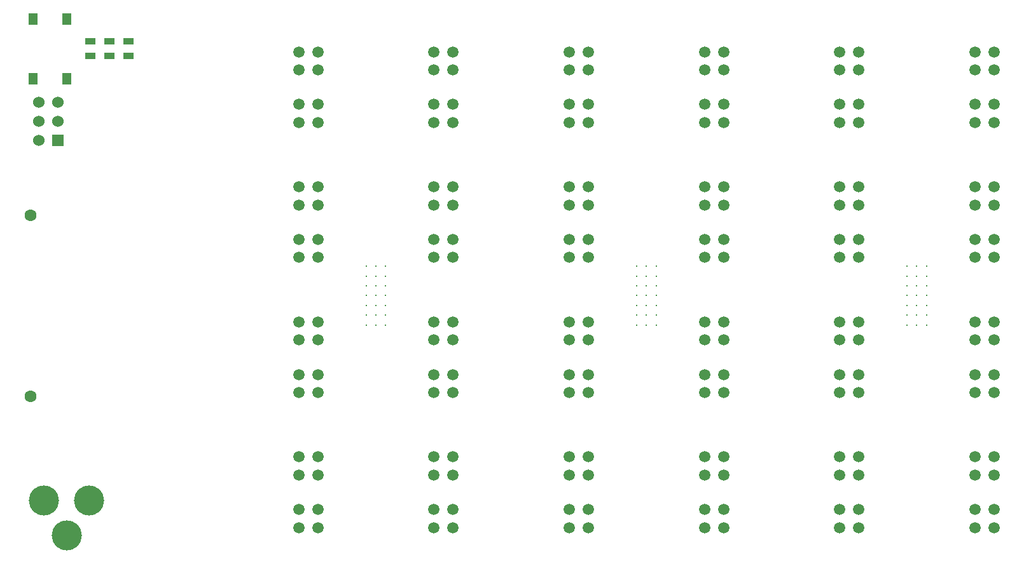
<source format=gts>
G04 #@! TF.FileFunction,Soldermask,Top*
%FSLAX46Y46*%
G04 Gerber Fmt 4.6, Leading zero omitted, Abs format (unit mm)*
G04 Created by KiCad (PCBNEW 4.0.1-stable) date 6/7/2017 10:05:46 PM*
%MOMM*%
G01*
G04 APERTURE LIST*
%ADD10C,0.150000*%
%ADD11C,1.520000*%
%ADD12R,1.300000X1.550000*%
%ADD13R,1.524000X1.524000*%
%ADD14C,1.524000*%
%ADD15R,1.397000X0.889000*%
%ADD16C,0.300000*%
%ADD17C,1.600000*%
%ADD18C,4.000000*%
G04 APERTURE END LIST*
D10*
D11*
X174706000Y-138248000D03*
X177246000Y-138248000D03*
X174706000Y-135838000D03*
X177246000Y-135838000D03*
X138706000Y-77248000D03*
X141246000Y-77248000D03*
X138706000Y-74838000D03*
X141246000Y-74838000D03*
X102706000Y-84248000D03*
X105246000Y-84248000D03*
X102706000Y-81838000D03*
X105246000Y-81838000D03*
D12*
X67346000Y-70447000D03*
X71846000Y-70447000D03*
X71846000Y-78397000D03*
X67346000Y-78397000D03*
D13*
X70612000Y-86614000D03*
D14*
X68072000Y-86614000D03*
X70612000Y-84074000D03*
X68072000Y-84074000D03*
X70612000Y-81534000D03*
X68072000Y-81534000D03*
D15*
X80010000Y-75374500D03*
X80010000Y-73469500D03*
X77470000Y-73469500D03*
X77470000Y-75374500D03*
X74930000Y-75374500D03*
X74930000Y-73469500D03*
D16*
X112976000Y-103438000D03*
X111676000Y-103438000D03*
X111676000Y-104738000D03*
X111676000Y-106038000D03*
X111676000Y-107338000D03*
X111676000Y-108638000D03*
X111676000Y-109938000D03*
X111676000Y-111238000D03*
X112976000Y-111238000D03*
X112976000Y-109938000D03*
X112976000Y-108638000D03*
X112976000Y-107338000D03*
X112976000Y-106038000D03*
X112976000Y-104738000D03*
X114276000Y-103438000D03*
X114276000Y-104738000D03*
X114276000Y-106038000D03*
X114276000Y-107338000D03*
X114276000Y-108638000D03*
X114276000Y-109938000D03*
X114276000Y-111238000D03*
X148976000Y-103438000D03*
X147676000Y-103438000D03*
X147676000Y-104738000D03*
X147676000Y-106038000D03*
X147676000Y-107338000D03*
X147676000Y-108638000D03*
X147676000Y-109938000D03*
X147676000Y-111238000D03*
X148976000Y-111238000D03*
X148976000Y-109938000D03*
X148976000Y-108638000D03*
X148976000Y-107338000D03*
X148976000Y-106038000D03*
X148976000Y-104738000D03*
X150276000Y-103438000D03*
X150276000Y-104738000D03*
X150276000Y-106038000D03*
X150276000Y-107338000D03*
X150276000Y-108638000D03*
X150276000Y-109938000D03*
X150276000Y-111238000D03*
X184976000Y-103438000D03*
X183676000Y-103438000D03*
X183676000Y-104738000D03*
X183676000Y-106038000D03*
X183676000Y-107338000D03*
X183676000Y-108638000D03*
X183676000Y-109938000D03*
X183676000Y-111238000D03*
X184976000Y-111238000D03*
X184976000Y-109938000D03*
X184976000Y-108638000D03*
X184976000Y-107338000D03*
X184976000Y-106038000D03*
X184976000Y-104738000D03*
X186276000Y-103438000D03*
X186276000Y-104738000D03*
X186276000Y-106038000D03*
X186276000Y-107338000D03*
X186276000Y-108638000D03*
X186276000Y-109938000D03*
X186276000Y-111238000D03*
D11*
X102706000Y-77248000D03*
X105246000Y-77248000D03*
X102706000Y-74838000D03*
X105246000Y-74838000D03*
X138706000Y-95248000D03*
X141246000Y-95248000D03*
X138706000Y-92838000D03*
X141246000Y-92838000D03*
X138706000Y-84248000D03*
X141246000Y-84248000D03*
X138706000Y-81838000D03*
X141246000Y-81838000D03*
X102706000Y-138248000D03*
X105246000Y-138248000D03*
X102706000Y-135838000D03*
X105246000Y-135838000D03*
X102706000Y-131248000D03*
X105246000Y-131248000D03*
X102706000Y-128838000D03*
X105246000Y-128838000D03*
X102706000Y-120248000D03*
X105246000Y-120248000D03*
X102706000Y-117838000D03*
X105246000Y-117838000D03*
X102706000Y-113248000D03*
X105246000Y-113248000D03*
X102706000Y-110838000D03*
X105246000Y-110838000D03*
X102706000Y-102248000D03*
X105246000Y-102248000D03*
X102706000Y-99838000D03*
X105246000Y-99838000D03*
X102706000Y-95248000D03*
X105246000Y-95248000D03*
X102706000Y-92838000D03*
X105246000Y-92838000D03*
X174706000Y-77248000D03*
X177246000Y-77248000D03*
X174706000Y-74838000D03*
X177246000Y-74838000D03*
X138706000Y-102248000D03*
X141246000Y-102248000D03*
X138706000Y-99838000D03*
X141246000Y-99838000D03*
X138706000Y-113248000D03*
X141246000Y-113248000D03*
X138706000Y-110838000D03*
X141246000Y-110838000D03*
X138706000Y-120248000D03*
X141246000Y-120248000D03*
X138706000Y-117838000D03*
X141246000Y-117838000D03*
X138706000Y-131248000D03*
X141246000Y-131248000D03*
X138706000Y-128838000D03*
X141246000Y-128838000D03*
X138706000Y-138248000D03*
X141246000Y-138248000D03*
X138706000Y-135838000D03*
X141246000Y-135838000D03*
X174706000Y-84248000D03*
X177246000Y-84248000D03*
X174706000Y-81838000D03*
X177246000Y-81838000D03*
X174706000Y-95248000D03*
X177246000Y-95248000D03*
X174706000Y-92838000D03*
X177246000Y-92838000D03*
X174706000Y-102248000D03*
X177246000Y-102248000D03*
X174706000Y-99838000D03*
X177246000Y-99838000D03*
X174706000Y-113248000D03*
X177246000Y-113248000D03*
X174706000Y-110838000D03*
X177246000Y-110838000D03*
X174706000Y-120248000D03*
X177246000Y-120248000D03*
X174706000Y-117838000D03*
X177246000Y-117838000D03*
X174706000Y-131248000D03*
X177246000Y-131248000D03*
X174706000Y-128838000D03*
X177246000Y-128838000D03*
X156706000Y-102248000D03*
X159246000Y-102248000D03*
X156706000Y-99838000D03*
X159246000Y-99838000D03*
X120706000Y-77248000D03*
X123246000Y-77248000D03*
X120706000Y-74838000D03*
X123246000Y-74838000D03*
X120706000Y-84248000D03*
X123246000Y-84248000D03*
X120706000Y-81838000D03*
X123246000Y-81838000D03*
X120706000Y-95248000D03*
X123246000Y-95248000D03*
X120706000Y-92838000D03*
X123246000Y-92838000D03*
X120706000Y-102248000D03*
X123246000Y-102248000D03*
X120706000Y-99838000D03*
X123246000Y-99838000D03*
X120706000Y-113248000D03*
X123246000Y-113248000D03*
X120706000Y-110838000D03*
X123246000Y-110838000D03*
X120706000Y-120248000D03*
X123246000Y-120248000D03*
X120706000Y-117838000D03*
X123246000Y-117838000D03*
X120706000Y-131248000D03*
X123246000Y-131248000D03*
X120706000Y-128838000D03*
X123246000Y-128838000D03*
X120706000Y-138248000D03*
X123246000Y-138248000D03*
X120706000Y-135838000D03*
X123246000Y-135838000D03*
X156706000Y-77248000D03*
X159246000Y-77248000D03*
X156706000Y-74838000D03*
X159246000Y-74838000D03*
X156706000Y-84248000D03*
X159246000Y-84248000D03*
X156706000Y-81838000D03*
X159246000Y-81838000D03*
X156706000Y-95248000D03*
X159246000Y-95248000D03*
X156706000Y-92838000D03*
X159246000Y-92838000D03*
X192706000Y-138248000D03*
X195246000Y-138248000D03*
X192706000Y-135838000D03*
X195246000Y-135838000D03*
X156706000Y-113248000D03*
X159246000Y-113248000D03*
X156706000Y-110838000D03*
X159246000Y-110838000D03*
X156706000Y-120248000D03*
X159246000Y-120248000D03*
X156706000Y-117838000D03*
X159246000Y-117838000D03*
X156706000Y-131248000D03*
X159246000Y-131248000D03*
X156706000Y-128838000D03*
X159246000Y-128838000D03*
X156706000Y-138248000D03*
X159246000Y-138248000D03*
X156706000Y-135838000D03*
X159246000Y-135838000D03*
X192706000Y-77248000D03*
X195246000Y-77248000D03*
X192706000Y-74838000D03*
X195246000Y-74838000D03*
X192706000Y-84248000D03*
X195246000Y-84248000D03*
X192706000Y-81838000D03*
X195246000Y-81838000D03*
X192706000Y-95248000D03*
X195246000Y-95248000D03*
X192706000Y-92838000D03*
X195246000Y-92838000D03*
X192706000Y-102248000D03*
X195246000Y-102248000D03*
X192706000Y-99838000D03*
X195246000Y-99838000D03*
X192706000Y-113248000D03*
X195246000Y-113248000D03*
X192706000Y-110838000D03*
X195246000Y-110838000D03*
X192706000Y-120248000D03*
X195246000Y-120248000D03*
X192706000Y-117838000D03*
X195246000Y-117838000D03*
X192706000Y-131248000D03*
X195246000Y-131248000D03*
X192706000Y-128838000D03*
X195246000Y-128838000D03*
D17*
X66976000Y-96650000D03*
X66976000Y-120800000D03*
D18*
X74780140Y-134620000D03*
X68780660Y-134620000D03*
X71780400Y-139319000D03*
M02*

</source>
